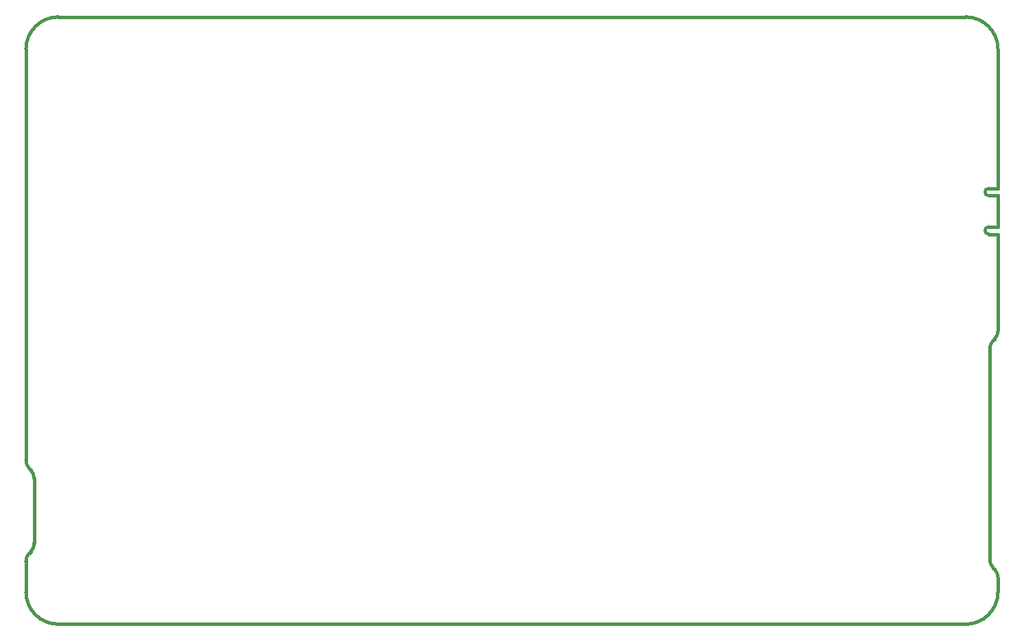
<source format=gbr>
G04 (created by PCBNEW (2012-nov-02)-stable) date Sat 15 Mar 2014 07:07:26 PM MDT*
%MOIN*%
G04 Gerber Fmt 3.4, Leading zero omitted, Abs format*
%FSLAX34Y34*%
G01*
G70*
G90*
G04 APERTURE LIST*
%ADD10C,0*%
%ADD11C,0.015*%
G04 APERTURE END LIST*
G54D10*
G54D11*
X70866Y-49931D02*
X70866Y-54622D01*
X70866Y-48061D02*
X70866Y-49576D01*
X70866Y-40944D02*
X70866Y-47706D01*
X70413Y-49576D02*
G75*
G03X70413Y-49931I0J-177D01*
G74*
G01*
X70866Y-49931D02*
X70413Y-49931D01*
X70866Y-49576D02*
X70413Y-49576D01*
X70413Y-47706D02*
G75*
G03X70413Y-48061I0J-177D01*
G74*
G01*
X70413Y-48061D02*
X70866Y-48061D01*
X70866Y-47706D02*
X70413Y-47706D01*
X23850Y-61393D02*
X23795Y-61338D01*
X23795Y-65433D02*
X23850Y-65377D01*
X23795Y-65432D02*
G75*
G03X23622Y-65850I417J-417D01*
G74*
G01*
X23850Y-65378D02*
G75*
G03X24023Y-64960I-417J417D01*
G74*
G01*
X23795Y-61338D02*
G75*
G02X23622Y-60921I417J417D01*
G74*
G01*
X23850Y-61393D02*
G75*
G02X24023Y-61811I-417J-417D01*
G74*
G01*
X70866Y-67322D02*
X70866Y-66637D01*
X70637Y-66165D02*
X70692Y-66220D01*
X70693Y-66220D02*
G75*
G02X70866Y-66637I-417J-417D01*
G74*
G01*
X70637Y-66165D02*
G75*
G02X70464Y-65748I417J417D01*
G74*
G01*
X70637Y-55094D02*
X70692Y-55039D01*
X70693Y-55039D02*
G75*
G03X70866Y-54622I-417J417D01*
G74*
G01*
X70637Y-55094D02*
G75*
G03X70464Y-55511I417J-417D01*
G74*
G01*
X23622Y-65850D02*
X23622Y-67322D01*
X23622Y-60921D02*
X23622Y-40944D01*
X24023Y-61811D02*
X24023Y-64960D01*
X70464Y-55511D02*
X70464Y-65748D01*
X69291Y-39370D02*
X25196Y-39370D01*
X25196Y-68897D02*
X69291Y-68897D01*
X69291Y-68897D02*
G75*
G03X70866Y-67322I0J1574D01*
G74*
G01*
X70866Y-40944D02*
G75*
G03X69291Y-39370I-1574J0D01*
G74*
G01*
X23622Y-67322D02*
G75*
G03X25196Y-68897I1574J0D01*
G74*
G01*
X25196Y-39370D02*
G75*
G03X23622Y-40944I0J-1574D01*
G74*
G01*
M02*

</source>
